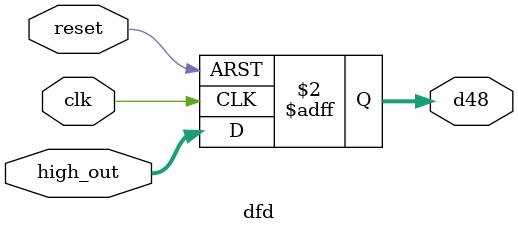
<source format=v>
module dfd(clk,reset,high_out,d48
    );
input clk,reset;
input [15:0] high_out;
output reg [15:0] d48;
always @(posedge clk,posedge reset)
begin
if(reset)
begin
    
    d48<=0;
	 
end
else 
begin
  d48<=high_out;
end	 

   
end

endmodule
</source>
